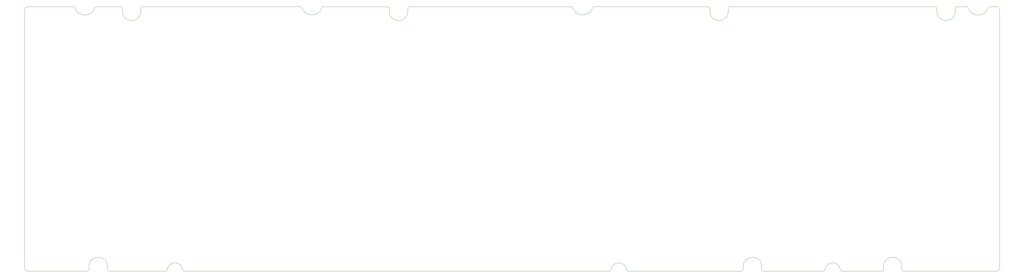
<source format=gbr>
%TF.GenerationSoftware,KiCad,Pcbnew,(5.99.0-12118-g897269f33f)*%
%TF.CreationDate,2021-10-21T22:54:26-04:00*%
%TF.ProjectId,latte,6c617474-652e-46b6-9963-61645f706362,rev?*%
%TF.SameCoordinates,Original*%
%TF.FileFunction,Profile,NP*%
%FSLAX46Y46*%
G04 Gerber Fmt 4.6, Leading zero omitted, Abs format (unit mm)*
G04 Created by KiCad (PCBNEW (5.99.0-12118-g897269f33f)) date 2021-10-21 22:54:26*
%MOMM*%
%LPD*%
G01*
G04 APERTURE LIST*
%TA.AperFunction,Profile*%
%ADD10C,0.100000*%
%TD*%
G04 APERTURE END LIST*
D10*
X4950346Y-54284770D02*
G75*
G02*
X5657620Y-53784295I707274J-249525D01*
G01*
X85914336Y-54284770D02*
G75*
G02*
X86621610Y-53784295I707274J-249525D01*
G01*
X242781250Y-146734295D02*
X242781250Y-147734295D01*
X327713000Y-147234295D02*
X327713000Y-55034295D01*
X293537499Y-148484295D02*
X326463000Y-148484295D01*
X182505182Y-54284770D02*
G75*
G02*
X183212456Y-53784295I707274J-249525D01*
G01*
X37026042Y-148484289D02*
G75*
G02*
X36283118Y-147837071I0J750000D01*
G01*
X10168749Y-148484295D02*
X30094446Y-148484291D01*
X271589367Y-148484771D02*
X285537499Y-148484295D01*
X2918749Y-147734295D02*
G75*
G02*
X2168749Y-148484295I-750000J0D01*
G01*
X-2830100Y-53784295D02*
G75*
G02*
X-2122825Y-54284770I0J-750000D01*
G01*
X265400675Y-147837565D02*
G75*
G02*
X270846418Y-147837559I2722872J-376717D01*
G01*
X62747564Y-148484285D02*
X182953030Y-148484295D01*
X4950345Y-54284770D02*
G75*
G02*
X-2122825Y-54284770I-3536585J1247701D01*
G01*
X323553015Y-54284770D02*
G75*
G02*
X316479844Y-54284770I-3536585J1247701D01*
G01*
X-20100000Y-55034295D02*
X-20099999Y-147234295D01*
X9418749Y-146734295D02*
X9418749Y-147734295D01*
X292787499Y-146734295D02*
X292787499Y-147734295D01*
X78133889Y-53784295D02*
X22075000Y-53784295D01*
X14075000Y-53784295D02*
G75*
G02*
X14825000Y-54534295I0J-750000D01*
G01*
X14825000Y-55534295D02*
X14825000Y-54534295D01*
X-2830100Y-53784295D02*
X-18850000Y-53784295D01*
X2918749Y-147734295D02*
X2918749Y-146734295D01*
X311837500Y-54534295D02*
X311837500Y-55534295D01*
X116574999Y-55534295D02*
G75*
G02*
X110074999Y-55534295I-3250000J0D01*
G01*
X236281250Y-147734295D02*
X236281250Y-146734295D01*
X2918749Y-146734295D02*
G75*
G02*
X9418749Y-146734295I3250000J0D01*
G01*
X236281250Y-146734295D02*
G75*
G02*
X242781250Y-146734295I3250000J0D01*
G01*
X265400674Y-147837566D02*
G75*
G02*
X264657734Y-148484781I-742923J102785D01*
G01*
X-18850000Y-148484294D02*
G75*
G02*
X-20099999Y-147234295I0J1249999D01*
G01*
X-20100000Y-55034295D02*
G75*
G02*
X-18850000Y-53784295I1250000J0D01*
G01*
X315772570Y-53784295D02*
X312587500Y-53784295D01*
X195378825Y-148483012D02*
G75*
G02*
X194635924Y-147835789I24J750000D01*
G01*
X174724735Y-53784295D02*
G75*
G02*
X175432010Y-54284770I0J-750000D01*
G01*
X10168749Y-148484295D02*
G75*
G02*
X9418749Y-147734295I0J750000D01*
G01*
X286287499Y-147734295D02*
X286287499Y-146734295D01*
X243531232Y-148484295D02*
X264657734Y-148484781D01*
X21325000Y-54534295D02*
X21325000Y-55534295D01*
X304587500Y-53784295D02*
X231625000Y-53784295D01*
X21325000Y-54534295D02*
G75*
G02*
X22075000Y-53784295I750000J0D01*
G01*
X243531233Y-148484295D02*
G75*
G02*
X242781250Y-147734295I17J750000D01*
G01*
X271589367Y-148484771D02*
G75*
G02*
X270846418Y-147837559I-26J750000D01*
G01*
X223625000Y-53784295D02*
G75*
G02*
X224375000Y-54534295I0J-750000D01*
G01*
X78133889Y-53784296D02*
G75*
G02*
X78841163Y-54284770I0J-749999D01*
G01*
X189190157Y-147835891D02*
G75*
G02*
X188447386Y-148483143I-742929J102748D01*
G01*
X304587500Y-53784295D02*
G75*
G02*
X305337500Y-54534295I0J-750000D01*
G01*
X174724735Y-53784295D02*
X117324999Y-53784295D01*
X305337500Y-55534295D02*
X305337500Y-54534295D01*
X230875000Y-54534295D02*
X230875000Y-55534295D01*
X323553017Y-54284770D02*
G75*
G02*
X324260291Y-53784295I707274J-249525D01*
G01*
X293537499Y-148484295D02*
G75*
G02*
X292787499Y-147734295I0J750000D01*
G01*
X311837500Y-55534295D02*
G75*
G02*
X305337500Y-55534295I-3250000J0D01*
G01*
X-18850000Y-148484295D02*
X2168749Y-148484295D01*
X30837370Y-147837073D02*
G75*
G02*
X30094446Y-148484291I-742924J102782D01*
G01*
X230875000Y-55534295D02*
G75*
G02*
X224375000Y-55534295I-3250000J0D01*
G01*
X230875000Y-54534295D02*
G75*
G02*
X231625000Y-53784295I750000J0D01*
G01*
X224375000Y-55534295D02*
X224375000Y-54534295D01*
X85914334Y-54284770D02*
G75*
G02*
X78841163Y-54284770I-3536585J1247701D01*
G01*
X14075000Y-53784295D02*
X5657620Y-53784295D01*
X109325000Y-53784295D02*
X86621610Y-53784295D01*
X116574999Y-54534295D02*
G75*
G02*
X117324999Y-53784295I750000J0D01*
G01*
X326463000Y-53784295D02*
G75*
G02*
X327713000Y-55034295I0J-1250000D01*
G01*
X21325000Y-55534295D02*
G75*
G02*
X14825000Y-55534295I-3250000J0D01*
G01*
X236281250Y-147734295D02*
G75*
G02*
X235531250Y-148484295I-750000J0D01*
G01*
X30837369Y-147837072D02*
G75*
G02*
X36283118Y-147837071I2722875J-376703D01*
G01*
X182953030Y-148484295D02*
X188447386Y-148483143D01*
X286287499Y-146734295D02*
G75*
G02*
X292787499Y-146734295I3250000J0D01*
G01*
X286287499Y-147734295D02*
G75*
G02*
X285537499Y-148484295I-750000J0D01*
G01*
X326463000Y-53784295D02*
X324260291Y-53784295D01*
X189190158Y-147835891D02*
G75*
G02*
X194635924Y-147835789I2722890J-376583D01*
G01*
X327713000Y-147234295D02*
G75*
G02*
X326463000Y-148484295I-1250000J0D01*
G01*
X311837500Y-54534295D02*
G75*
G02*
X312587500Y-53784295I750000J0D01*
G01*
X182505181Y-54284770D02*
G75*
G02*
X175432010Y-54284770I-3536585J1247701D01*
G01*
X109324999Y-53784295D02*
G75*
G02*
X110074999Y-54534295I0J-750000D01*
G01*
X195378825Y-148483012D02*
X235531250Y-148484295D01*
X37026042Y-148484289D02*
X62747564Y-148484285D01*
X223625000Y-53784295D02*
X183212456Y-53784295D01*
X315772570Y-53784296D02*
G75*
G02*
X316479844Y-54284770I0J-749999D01*
G01*
X110074999Y-55534295D02*
X110074999Y-54534295D01*
X116574999Y-54534295D02*
X116574999Y-55534295D01*
M02*

</source>
